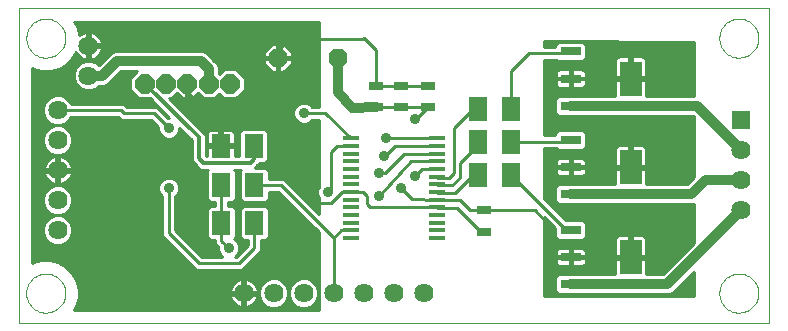
<source format=gtl>
G75*
G70*
%OFA0B0*%
%FSLAX24Y24*%
%IPPOS*%
%LPD*%
%AMOC8*
5,1,8,0,0,1.08239X$1,22.5*
%
%ADD10C,0.0000*%
%ADD11R,0.0709X0.0315*%
%ADD12R,0.0728X0.1181*%
%ADD13R,0.0630X0.0787*%
%ADD14OC8,0.0630*%
%ADD15R,0.0472X0.0315*%
%ADD16C,0.0640*%
%ADD17R,0.0640X0.0640*%
%ADD18R,0.0550X0.0137*%
%ADD19OC8,0.0634*%
%ADD20C,0.0100*%
%ADD21C,0.0360*%
%ADD22C,0.0357*%
%ADD23C,0.0320*%
%ADD24OC8,0.0357*%
%ADD25C,0.0120*%
D10*
X000333Y000262D02*
X000333Y010761D01*
X025353Y010758D01*
X025353Y000262D01*
X000333Y000262D01*
X000582Y001262D02*
X000584Y001312D01*
X000590Y001362D01*
X000600Y001412D01*
X000613Y001460D01*
X000630Y001508D01*
X000651Y001554D01*
X000675Y001598D01*
X000703Y001640D01*
X000734Y001680D01*
X000768Y001717D01*
X000805Y001752D01*
X000844Y001783D01*
X000885Y001812D01*
X000929Y001837D01*
X000975Y001859D01*
X001022Y001877D01*
X001070Y001891D01*
X001119Y001902D01*
X001169Y001909D01*
X001219Y001912D01*
X001270Y001911D01*
X001320Y001906D01*
X001370Y001897D01*
X001418Y001885D01*
X001466Y001868D01*
X001512Y001848D01*
X001557Y001825D01*
X001600Y001798D01*
X001640Y001768D01*
X001678Y001735D01*
X001713Y001699D01*
X001746Y001660D01*
X001775Y001619D01*
X001801Y001576D01*
X001824Y001531D01*
X001843Y001484D01*
X001858Y001436D01*
X001870Y001387D01*
X001878Y001337D01*
X001882Y001287D01*
X001882Y001237D01*
X001878Y001187D01*
X001870Y001137D01*
X001858Y001088D01*
X001843Y001040D01*
X001824Y000993D01*
X001801Y000948D01*
X001775Y000905D01*
X001746Y000864D01*
X001713Y000825D01*
X001678Y000789D01*
X001640Y000756D01*
X001600Y000726D01*
X001557Y000699D01*
X001512Y000676D01*
X001466Y000656D01*
X001418Y000639D01*
X001370Y000627D01*
X001320Y000618D01*
X001270Y000613D01*
X001219Y000612D01*
X001169Y000615D01*
X001119Y000622D01*
X001070Y000633D01*
X001022Y000647D01*
X000975Y000665D01*
X000929Y000687D01*
X000885Y000712D01*
X000844Y000741D01*
X000805Y000772D01*
X000768Y000807D01*
X000734Y000844D01*
X000703Y000884D01*
X000675Y000926D01*
X000651Y000970D01*
X000630Y001016D01*
X000613Y001064D01*
X000600Y001112D01*
X000590Y001162D01*
X000584Y001212D01*
X000582Y001262D01*
X000583Y009762D02*
X000585Y009812D01*
X000591Y009862D01*
X000601Y009912D01*
X000614Y009960D01*
X000631Y010008D01*
X000652Y010054D01*
X000676Y010098D01*
X000704Y010140D01*
X000735Y010180D01*
X000769Y010217D01*
X000806Y010252D01*
X000845Y010283D01*
X000886Y010312D01*
X000930Y010337D01*
X000976Y010359D01*
X001023Y010377D01*
X001071Y010391D01*
X001120Y010402D01*
X001170Y010409D01*
X001220Y010412D01*
X001271Y010411D01*
X001321Y010406D01*
X001371Y010397D01*
X001419Y010385D01*
X001467Y010368D01*
X001513Y010348D01*
X001558Y010325D01*
X001601Y010298D01*
X001641Y010268D01*
X001679Y010235D01*
X001714Y010199D01*
X001747Y010160D01*
X001776Y010119D01*
X001802Y010076D01*
X001825Y010031D01*
X001844Y009984D01*
X001859Y009936D01*
X001871Y009887D01*
X001879Y009837D01*
X001883Y009787D01*
X001883Y009737D01*
X001879Y009687D01*
X001871Y009637D01*
X001859Y009588D01*
X001844Y009540D01*
X001825Y009493D01*
X001802Y009448D01*
X001776Y009405D01*
X001747Y009364D01*
X001714Y009325D01*
X001679Y009289D01*
X001641Y009256D01*
X001601Y009226D01*
X001558Y009199D01*
X001513Y009176D01*
X001467Y009156D01*
X001419Y009139D01*
X001371Y009127D01*
X001321Y009118D01*
X001271Y009113D01*
X001220Y009112D01*
X001170Y009115D01*
X001120Y009122D01*
X001071Y009133D01*
X001023Y009147D01*
X000976Y009165D01*
X000930Y009187D01*
X000886Y009212D01*
X000845Y009241D01*
X000806Y009272D01*
X000769Y009307D01*
X000735Y009344D01*
X000704Y009384D01*
X000676Y009426D01*
X000652Y009470D01*
X000631Y009516D01*
X000614Y009564D01*
X000601Y009612D01*
X000591Y009662D01*
X000585Y009712D01*
X000583Y009762D01*
X023683Y009762D02*
X023685Y009812D01*
X023691Y009862D01*
X023701Y009912D01*
X023714Y009960D01*
X023731Y010008D01*
X023752Y010054D01*
X023776Y010098D01*
X023804Y010140D01*
X023835Y010180D01*
X023869Y010217D01*
X023906Y010252D01*
X023945Y010283D01*
X023986Y010312D01*
X024030Y010337D01*
X024076Y010359D01*
X024123Y010377D01*
X024171Y010391D01*
X024220Y010402D01*
X024270Y010409D01*
X024320Y010412D01*
X024371Y010411D01*
X024421Y010406D01*
X024471Y010397D01*
X024519Y010385D01*
X024567Y010368D01*
X024613Y010348D01*
X024658Y010325D01*
X024701Y010298D01*
X024741Y010268D01*
X024779Y010235D01*
X024814Y010199D01*
X024847Y010160D01*
X024876Y010119D01*
X024902Y010076D01*
X024925Y010031D01*
X024944Y009984D01*
X024959Y009936D01*
X024971Y009887D01*
X024979Y009837D01*
X024983Y009787D01*
X024983Y009737D01*
X024979Y009687D01*
X024971Y009637D01*
X024959Y009588D01*
X024944Y009540D01*
X024925Y009493D01*
X024902Y009448D01*
X024876Y009405D01*
X024847Y009364D01*
X024814Y009325D01*
X024779Y009289D01*
X024741Y009256D01*
X024701Y009226D01*
X024658Y009199D01*
X024613Y009176D01*
X024567Y009156D01*
X024519Y009139D01*
X024471Y009127D01*
X024421Y009118D01*
X024371Y009113D01*
X024320Y009112D01*
X024270Y009115D01*
X024220Y009122D01*
X024171Y009133D01*
X024123Y009147D01*
X024076Y009165D01*
X024030Y009187D01*
X023986Y009212D01*
X023945Y009241D01*
X023906Y009272D01*
X023869Y009307D01*
X023835Y009344D01*
X023804Y009384D01*
X023776Y009426D01*
X023752Y009470D01*
X023731Y009516D01*
X023714Y009564D01*
X023701Y009612D01*
X023691Y009662D01*
X023685Y009712D01*
X023683Y009762D01*
X023683Y001262D02*
X023685Y001312D01*
X023691Y001362D01*
X023701Y001412D01*
X023714Y001460D01*
X023731Y001508D01*
X023752Y001554D01*
X023776Y001598D01*
X023804Y001640D01*
X023835Y001680D01*
X023869Y001717D01*
X023906Y001752D01*
X023945Y001783D01*
X023986Y001812D01*
X024030Y001837D01*
X024076Y001859D01*
X024123Y001877D01*
X024171Y001891D01*
X024220Y001902D01*
X024270Y001909D01*
X024320Y001912D01*
X024371Y001911D01*
X024421Y001906D01*
X024471Y001897D01*
X024519Y001885D01*
X024567Y001868D01*
X024613Y001848D01*
X024658Y001825D01*
X024701Y001798D01*
X024741Y001768D01*
X024779Y001735D01*
X024814Y001699D01*
X024847Y001660D01*
X024876Y001619D01*
X024902Y001576D01*
X024925Y001531D01*
X024944Y001484D01*
X024959Y001436D01*
X024971Y001387D01*
X024979Y001337D01*
X024983Y001287D01*
X024983Y001237D01*
X024979Y001187D01*
X024971Y001137D01*
X024959Y001088D01*
X024944Y001040D01*
X024925Y000993D01*
X024902Y000948D01*
X024876Y000905D01*
X024847Y000864D01*
X024814Y000825D01*
X024779Y000789D01*
X024741Y000756D01*
X024701Y000726D01*
X024658Y000699D01*
X024613Y000676D01*
X024567Y000656D01*
X024519Y000639D01*
X024471Y000627D01*
X024421Y000618D01*
X024371Y000613D01*
X024320Y000612D01*
X024270Y000615D01*
X024220Y000622D01*
X024171Y000633D01*
X024123Y000647D01*
X024076Y000665D01*
X024030Y000687D01*
X023986Y000712D01*
X023945Y000741D01*
X023906Y000772D01*
X023869Y000807D01*
X023835Y000844D01*
X023804Y000884D01*
X023776Y000926D01*
X023752Y000970D01*
X023731Y001016D01*
X023714Y001064D01*
X023701Y001112D01*
X023691Y001162D01*
X023685Y001212D01*
X023683Y001262D01*
D11*
X018729Y001557D03*
X018733Y002462D03*
X018729Y003368D03*
X018729Y004557D03*
X018733Y005462D03*
X018729Y006368D03*
X018729Y007507D03*
X018733Y008412D03*
X018729Y009318D03*
D12*
X020733Y008412D03*
X020733Y005462D03*
X020733Y002462D03*
D13*
X016734Y005212D03*
X015631Y005212D03*
X015631Y006312D03*
X016734Y006312D03*
X016734Y007412D03*
X015631Y007412D03*
X008165Y006167D03*
X007063Y006167D03*
X007081Y004862D03*
X008184Y004862D03*
X008184Y003612D03*
X007081Y003612D03*
D14*
X008961Y009092D03*
X010961Y009092D03*
D15*
X012233Y008166D03*
X013083Y008166D03*
X013983Y008166D03*
X013983Y007458D03*
X013083Y007458D03*
X012233Y007458D03*
X015833Y004016D03*
X015833Y003308D03*
D16*
X013833Y001262D03*
X012833Y001262D03*
X011833Y001262D03*
X010833Y001262D03*
X009833Y001262D03*
X008833Y001262D03*
X007833Y001262D03*
X001633Y003362D03*
X001633Y004362D03*
X001633Y005362D03*
X001633Y006362D03*
X001633Y007362D03*
X002651Y008508D03*
X002651Y009508D03*
X024420Y006033D03*
X024420Y005033D03*
X024420Y004033D03*
D17*
X024420Y007033D03*
D18*
X014272Y006425D03*
X014272Y006170D03*
X014272Y005914D03*
X014272Y005658D03*
X014272Y005402D03*
X014272Y005146D03*
X014272Y004890D03*
X014272Y004634D03*
X014272Y004378D03*
X014272Y004122D03*
X014272Y003866D03*
X014272Y003610D03*
X014272Y003355D03*
X014272Y003099D03*
X011393Y003099D03*
X011393Y003355D03*
X011393Y003610D03*
X011393Y003866D03*
X011393Y004122D03*
X011393Y004378D03*
X011393Y004634D03*
X011393Y004890D03*
X011393Y005146D03*
X011393Y005402D03*
X011393Y005658D03*
X011393Y005914D03*
X011393Y006170D03*
X011393Y006425D03*
D19*
X007373Y008245D03*
X006664Y008245D03*
X005956Y008245D03*
X005247Y008245D03*
X004538Y008245D03*
D20*
X004051Y008244D02*
X003319Y008244D01*
X003303Y008228D02*
X003396Y008321D01*
X003396Y008321D01*
X003733Y008658D01*
X004263Y008658D01*
X004051Y008446D01*
X004051Y008043D01*
X004337Y007758D01*
X004700Y007758D01*
X005347Y007110D01*
X005295Y007110D01*
X004924Y007482D01*
X004741Y007482D01*
X003924Y007482D01*
X003824Y007582D01*
X003641Y007582D01*
X002072Y007582D01*
X002048Y007640D01*
X001910Y007777D01*
X001730Y007852D01*
X001535Y007852D01*
X001355Y007777D01*
X001217Y007640D01*
X001143Y007459D01*
X001143Y007265D01*
X001217Y007084D01*
X001355Y006947D01*
X001535Y006872D01*
X001730Y006872D01*
X001910Y006947D01*
X002048Y007084D01*
X002072Y007142D01*
X003641Y007142D01*
X003741Y007042D01*
X004741Y007042D01*
X004984Y006799D01*
X004984Y006693D01*
X005037Y006565D01*
X005135Y006467D01*
X005263Y006414D01*
X005402Y006414D01*
X005530Y006467D01*
X005628Y006565D01*
X005681Y006693D01*
X005681Y006777D01*
X006103Y006355D01*
X006103Y005667D01*
X006237Y005532D01*
X006387Y005382D01*
X006577Y005382D01*
X006653Y005382D01*
X006596Y005326D01*
X006596Y004398D01*
X006696Y004298D01*
X006861Y004298D01*
X006861Y004176D01*
X006696Y004176D01*
X006596Y004076D01*
X006596Y003148D01*
X006696Y003048D01*
X006861Y003048D01*
X006861Y002922D01*
X006984Y002799D01*
X006984Y002693D01*
X007037Y002565D01*
X007120Y002482D01*
X006424Y002482D01*
X005553Y003353D01*
X005553Y004489D01*
X005628Y004565D01*
X005681Y004693D01*
X005681Y004831D01*
X005628Y004959D01*
X005530Y005057D01*
X005402Y005110D01*
X005263Y005110D01*
X005135Y005057D01*
X005037Y004959D01*
X004984Y004831D01*
X004984Y004693D01*
X005037Y004565D01*
X005113Y004489D01*
X005113Y003353D01*
X005113Y003171D01*
X006113Y002171D01*
X006241Y002042D01*
X007589Y002042D01*
X007771Y002042D01*
X008273Y002544D01*
X008402Y002673D01*
X008402Y003048D01*
X008569Y003048D01*
X008669Y003148D01*
X008669Y004076D01*
X008569Y004176D01*
X007798Y004176D01*
X007699Y004076D01*
X007699Y003148D01*
X007798Y003048D01*
X007962Y003048D01*
X007962Y002855D01*
X007589Y002482D01*
X007545Y002482D01*
X007628Y002565D01*
X007681Y002693D01*
X007681Y002831D01*
X007628Y002959D01*
X007530Y003057D01*
X007492Y003073D01*
X007566Y003148D01*
X007566Y004076D01*
X007467Y004176D01*
X007301Y004176D01*
X007301Y004298D01*
X007467Y004298D01*
X007566Y004398D01*
X007566Y005326D01*
X007510Y005382D01*
X007755Y005382D01*
X007699Y005326D01*
X007699Y004398D01*
X007798Y004298D01*
X008569Y004298D01*
X008669Y004398D01*
X008669Y004642D01*
X008976Y004642D01*
X010333Y003285D01*
X010333Y000712D01*
X002185Y000712D01*
X002257Y000837D01*
X002332Y001117D01*
X002332Y001407D01*
X002257Y001687D01*
X002113Y001937D01*
X010333Y001937D01*
X010333Y001839D02*
X002170Y001839D01*
X002226Y001740D02*
X008707Y001740D01*
X008735Y001752D02*
X008555Y001677D01*
X008417Y001540D01*
X008343Y001359D01*
X008343Y001165D01*
X008417Y000984D01*
X008555Y000847D01*
X008735Y000772D01*
X008930Y000772D01*
X009110Y000847D01*
X009248Y000984D01*
X009323Y001165D01*
X009323Y001359D01*
X009248Y001540D01*
X009110Y001677D01*
X008930Y001752D01*
X008735Y001752D01*
X008959Y001740D02*
X009707Y001740D01*
X009735Y001752D02*
X009555Y001677D01*
X009417Y001540D01*
X009343Y001359D01*
X009343Y001165D01*
X009417Y000984D01*
X009555Y000847D01*
X009735Y000772D01*
X009930Y000772D01*
X010110Y000847D01*
X010248Y000984D01*
X010323Y001165D01*
X010323Y001359D01*
X010248Y001540D01*
X010110Y001677D01*
X009930Y001752D01*
X009735Y001752D01*
X009959Y001740D02*
X010333Y001740D01*
X010333Y001642D02*
X010146Y001642D01*
X010244Y001543D02*
X010333Y001543D01*
X010333Y001445D02*
X010287Y001445D01*
X010323Y001346D02*
X010333Y001346D01*
X010323Y001247D02*
X010333Y001247D01*
X010333Y001149D02*
X010316Y001149D01*
X010333Y001050D02*
X010275Y001050D01*
X010333Y000952D02*
X010215Y000952D01*
X010117Y000853D02*
X010333Y000853D01*
X010333Y000755D02*
X002210Y000755D01*
X002262Y000853D02*
X007600Y000853D01*
X007586Y000860D02*
X007652Y000826D01*
X007723Y000804D01*
X007783Y000794D01*
X007783Y001212D01*
X007883Y001212D01*
X007883Y001312D01*
X008300Y001312D01*
X008291Y001372D01*
X008268Y001442D01*
X008235Y001508D01*
X008191Y001568D01*
X008139Y001621D01*
X008079Y001664D01*
X008013Y001698D01*
X007943Y001720D01*
X007883Y001730D01*
X007883Y001312D01*
X007783Y001312D01*
X007783Y001730D01*
X007723Y001720D01*
X007652Y001698D01*
X007586Y001664D01*
X007526Y001621D01*
X007474Y001568D01*
X007431Y001508D01*
X007397Y001442D01*
X007374Y001372D01*
X007365Y001312D01*
X007782Y001312D01*
X007782Y001212D01*
X007365Y001212D01*
X007374Y001152D01*
X007397Y001082D01*
X007431Y001016D01*
X007474Y000956D01*
X007526Y000904D01*
X007586Y000860D01*
X007478Y000952D02*
X002288Y000952D01*
X002314Y001050D02*
X007413Y001050D01*
X007375Y001149D02*
X002332Y001149D01*
X002332Y001247D02*
X007782Y001247D01*
X007783Y001149D02*
X007883Y001149D01*
X007883Y001212D02*
X007883Y000794D01*
X007943Y000804D01*
X008013Y000826D01*
X008079Y000860D01*
X008139Y000904D01*
X008191Y000956D01*
X008235Y001016D01*
X008268Y001082D01*
X008291Y001152D01*
X008300Y001212D01*
X007883Y001212D01*
X007883Y001247D02*
X008343Y001247D01*
X008349Y001149D02*
X008290Y001149D01*
X008252Y001050D02*
X008390Y001050D01*
X008450Y000952D02*
X008187Y000952D01*
X008066Y000853D02*
X008548Y000853D01*
X007883Y000853D02*
X007783Y000853D01*
X007783Y000952D02*
X007883Y000952D01*
X007883Y001050D02*
X007783Y001050D01*
X007783Y001346D02*
X007883Y001346D01*
X007883Y001445D02*
X007783Y001445D01*
X007783Y001543D02*
X007883Y001543D01*
X007883Y001642D02*
X007783Y001642D01*
X007556Y001642D02*
X002269Y001642D01*
X002296Y001543D02*
X007456Y001543D01*
X007398Y001445D02*
X002322Y001445D01*
X002332Y001346D02*
X007370Y001346D01*
X008110Y001642D02*
X008519Y001642D01*
X008421Y001543D02*
X008209Y001543D01*
X008267Y001445D02*
X008378Y001445D01*
X008343Y001346D02*
X008295Y001346D01*
X009146Y001642D02*
X009519Y001642D01*
X009421Y001543D02*
X009244Y001543D01*
X009287Y001445D02*
X009378Y001445D01*
X009343Y001346D02*
X009323Y001346D01*
X009323Y001247D02*
X009343Y001247D01*
X009349Y001149D02*
X009316Y001149D01*
X009275Y001050D02*
X009390Y001050D01*
X009450Y000952D02*
X009215Y000952D01*
X009117Y000853D02*
X009548Y000853D01*
X010833Y001262D02*
X010833Y003096D01*
X009067Y004862D01*
X008184Y004862D01*
X007699Y004894D02*
X007566Y004894D01*
X007566Y004992D02*
X007699Y004992D01*
X007699Y005091D02*
X007566Y005091D01*
X007566Y005189D02*
X007699Y005189D01*
X007699Y005288D02*
X007566Y005288D01*
X008198Y005426D02*
X008290Y005517D01*
X008376Y005603D01*
X008550Y005603D01*
X008650Y005703D01*
X008650Y006631D01*
X008550Y006731D01*
X007779Y006731D01*
X007680Y006631D01*
X007680Y005842D01*
X007527Y005842D01*
X007527Y006117D01*
X007113Y006117D01*
X007113Y006217D01*
X007527Y006217D01*
X007527Y006581D01*
X007517Y006619D01*
X007497Y006653D01*
X007470Y006681D01*
X007435Y006701D01*
X007397Y006711D01*
X007112Y006711D01*
X007112Y006217D01*
X007013Y006217D01*
X007013Y006711D01*
X006728Y006711D01*
X006690Y006701D01*
X006655Y006681D01*
X006628Y006653D01*
X006608Y006619D01*
X006598Y006581D01*
X006598Y006217D01*
X007012Y006217D01*
X007012Y006117D01*
X006598Y006117D01*
X006598Y005842D01*
X006577Y005842D01*
X006563Y005857D01*
X006563Y006355D01*
X006563Y006545D01*
X005350Y007758D01*
X005449Y007758D01*
X005615Y007925D01*
X005762Y007778D01*
X005907Y007778D01*
X005907Y008196D01*
X006004Y008196D01*
X006004Y007778D01*
X006149Y007778D01*
X006296Y007925D01*
X006463Y007758D01*
X006866Y007758D01*
X007019Y007910D01*
X007171Y007758D01*
X007575Y007758D01*
X007860Y008043D01*
X007860Y008446D01*
X007575Y008731D01*
X007171Y008731D01*
X007019Y008579D01*
X007000Y008597D01*
X007000Y008801D01*
X006950Y008922D01*
X006857Y009015D01*
X006605Y009268D01*
X006483Y009318D01*
X006352Y009318D01*
X003530Y009318D01*
X003409Y009268D01*
X003316Y009175D01*
X003316Y009175D01*
X002997Y008855D01*
X002929Y008923D01*
X002749Y008998D01*
X002554Y008998D01*
X002374Y008923D01*
X002236Y008786D01*
X002161Y008606D01*
X002161Y008411D01*
X002236Y008231D01*
X002374Y008093D01*
X002554Y008018D01*
X002749Y008018D01*
X002929Y008093D01*
X003014Y008178D01*
X003182Y008178D01*
X003303Y008228D01*
X003417Y008343D02*
X004051Y008343D01*
X004051Y008441D02*
X003516Y008441D01*
X003614Y008540D02*
X004145Y008540D01*
X004244Y008638D02*
X003713Y008638D01*
X003075Y008934D02*
X002904Y008934D01*
X002831Y009073D02*
X002897Y009106D01*
X002957Y009150D01*
X003010Y009202D01*
X003053Y009262D01*
X003087Y009328D01*
X008539Y009328D01*
X008496Y009285D02*
X008496Y009122D01*
X008931Y009122D01*
X008931Y009062D01*
X008991Y009062D01*
X008991Y008627D01*
X009154Y008627D01*
X009426Y008900D01*
X009426Y009062D01*
X008991Y009062D01*
X008991Y009122D01*
X009426Y009122D01*
X009426Y009285D01*
X009154Y009557D01*
X008991Y009557D01*
X008991Y009122D01*
X008931Y009122D01*
X008931Y009557D01*
X008769Y009557D01*
X008496Y009285D01*
X008496Y009229D02*
X006643Y009229D01*
X006741Y009131D02*
X008496Y009131D01*
X008496Y009062D02*
X008496Y008900D01*
X008769Y008627D01*
X008931Y008627D01*
X008931Y009062D01*
X008496Y009062D01*
X008496Y009032D02*
X006840Y009032D01*
X006857Y009015D02*
X006857Y009015D01*
X006938Y008934D02*
X008496Y008934D01*
X008560Y008835D02*
X006986Y008835D01*
X007000Y008737D02*
X008659Y008737D01*
X008757Y008638D02*
X007668Y008638D01*
X007766Y008540D02*
X010333Y008540D01*
X010333Y008638D02*
X009165Y008638D01*
X009263Y008737D02*
X010333Y008737D01*
X010333Y008835D02*
X009362Y008835D01*
X009426Y008934D02*
X010333Y008934D01*
X010333Y009032D02*
X009426Y009032D01*
X009426Y009131D02*
X010333Y009131D01*
X010333Y009229D02*
X009426Y009229D01*
X009383Y009328D02*
X010333Y009328D01*
X010333Y009427D02*
X009284Y009427D01*
X009186Y009525D02*
X010333Y009525D01*
X010333Y009624D02*
X003108Y009624D01*
X003109Y009618D02*
X003087Y009689D01*
X003053Y009754D01*
X003010Y009814D01*
X002957Y009867D01*
X002897Y009910D01*
X002831Y009944D01*
X002761Y009966D01*
X002701Y009976D01*
X002701Y009558D01*
X002601Y009558D01*
X002601Y009976D01*
X002541Y009966D01*
X002471Y009944D01*
X002405Y009910D01*
X002345Y009867D01*
X002333Y009855D01*
X002333Y009907D01*
X002258Y010187D01*
X002187Y010311D01*
X010333Y010310D01*
X010333Y007482D01*
X010105Y007482D01*
X010030Y007557D01*
X009902Y007610D01*
X009763Y007610D01*
X009635Y007557D01*
X009537Y007459D01*
X009484Y007331D01*
X009484Y007193D01*
X009537Y007065D01*
X009635Y006967D01*
X009763Y006914D01*
X009902Y006914D01*
X010030Y006967D01*
X010105Y007042D01*
X010333Y007042D01*
X010333Y004808D01*
X010285Y004692D01*
X010285Y004554D01*
X010333Y004438D01*
X010333Y003908D01*
X010332Y003908D01*
X010333Y003908D02*
X009158Y005082D01*
X008976Y005082D01*
X008669Y005082D01*
X008669Y005326D01*
X008569Y005426D01*
X008198Y005426D01*
X008257Y005485D02*
X010333Y005485D01*
X010333Y005583D02*
X008356Y005583D01*
X008629Y005682D02*
X010333Y005682D01*
X010333Y005780D02*
X008650Y005780D01*
X008650Y005879D02*
X010333Y005879D01*
X010333Y005978D02*
X008650Y005978D01*
X008650Y006076D02*
X010333Y006076D01*
X010333Y006175D02*
X008650Y006175D01*
X008650Y006273D02*
X010333Y006273D01*
X010333Y006372D02*
X008650Y006372D01*
X008650Y006470D02*
X010333Y006470D01*
X010333Y006569D02*
X008650Y006569D01*
X008614Y006667D02*
X010333Y006667D01*
X010333Y006766D02*
X006342Y006766D01*
X006244Y006864D02*
X010333Y006864D01*
X010333Y006963D02*
X010021Y006963D01*
X009644Y006963D02*
X006145Y006963D01*
X006046Y007062D02*
X009540Y007062D01*
X009498Y007160D02*
X005948Y007160D01*
X005849Y007259D02*
X009484Y007259D01*
X009495Y007357D02*
X005751Y007357D01*
X005652Y007456D02*
X009536Y007456D01*
X009632Y007554D02*
X005554Y007554D01*
X005455Y007653D02*
X010333Y007653D01*
X010333Y007751D02*
X005357Y007751D01*
X005541Y007850D02*
X005690Y007850D01*
X005907Y007850D02*
X006004Y007850D01*
X006004Y007948D02*
X005907Y007948D01*
X005907Y008047D02*
X006004Y008047D01*
X006004Y008146D02*
X005907Y008146D01*
X006221Y007850D02*
X006370Y007850D01*
X006958Y007850D02*
X007079Y007850D01*
X007667Y007850D02*
X010333Y007850D01*
X010333Y007948D02*
X007765Y007948D01*
X007860Y008047D02*
X010333Y008047D01*
X010333Y008146D02*
X007860Y008146D01*
X007860Y008244D02*
X010333Y008244D01*
X010333Y008343D02*
X007860Y008343D01*
X007860Y008441D02*
X010333Y008441D01*
X008991Y008638D02*
X008931Y008638D01*
X008931Y008737D02*
X008991Y008737D01*
X008991Y008835D02*
X008931Y008835D01*
X008931Y008934D02*
X008991Y008934D01*
X008991Y009032D02*
X008931Y009032D01*
X008950Y009081D02*
X008961Y009092D01*
X008961Y009366D01*
X009340Y009745D01*
X011815Y009745D01*
X011833Y009762D01*
X011833Y009758D01*
X012236Y009355D01*
X012236Y008170D01*
X012233Y008166D01*
X013083Y008166D01*
X013983Y008166D01*
X013983Y007458D02*
X013083Y007458D01*
X012233Y007458D01*
X013533Y007062D02*
X013587Y007062D01*
X013983Y007458D01*
X014833Y006762D02*
X014833Y005262D01*
X014683Y005112D01*
X014306Y005112D01*
X014272Y005146D01*
X014272Y004890D02*
X014300Y004862D01*
X014783Y004862D01*
X015033Y005112D01*
X015033Y005612D01*
X015631Y006211D01*
X015631Y006312D01*
X014833Y006762D02*
X015483Y007412D01*
X015631Y007412D01*
X016734Y007412D02*
X016734Y008663D01*
X017333Y009262D01*
X018673Y009262D01*
X018729Y009318D01*
X019253Y009328D02*
X022853Y009328D01*
X022853Y009229D02*
X019253Y009229D01*
X019253Y009131D02*
X020291Y009131D01*
X020276Y009123D02*
X020311Y009142D01*
X020349Y009153D01*
X020683Y009153D01*
X020683Y008462D01*
X020782Y008462D01*
X020782Y009153D01*
X021116Y009153D01*
X021155Y009142D01*
X021189Y009123D01*
X021217Y009095D01*
X021236Y009060D01*
X021247Y009022D01*
X021247Y008462D01*
X020783Y008462D01*
X020783Y008362D01*
X021247Y008362D01*
X021247Y007836D01*
X022849Y007836D01*
X022854Y009647D01*
X017833Y009662D01*
X017833Y009482D01*
X018204Y009482D01*
X018204Y009545D01*
X018304Y009645D01*
X019153Y009645D01*
X019253Y009545D01*
X019253Y009090D01*
X019153Y008990D01*
X018304Y008990D01*
X018252Y009042D01*
X017833Y009042D01*
X017833Y006532D01*
X018204Y006532D01*
X018204Y006595D01*
X018304Y006695D01*
X019153Y006695D01*
X019253Y006595D01*
X019253Y006140D01*
X019153Y006040D01*
X018304Y006040D01*
X018252Y006092D01*
X017833Y006092D01*
X017833Y004424D01*
X018562Y003695D01*
X019153Y003695D01*
X019253Y003595D01*
X019253Y003140D01*
X019153Y003040D01*
X018304Y003040D01*
X018204Y003140D01*
X018204Y003430D01*
X017833Y003802D01*
X017833Y001162D01*
X022833Y001162D01*
X022835Y001981D01*
X022131Y001277D01*
X022009Y001227D01*
X021878Y001227D01*
X018663Y001227D01*
X018657Y001229D01*
X018304Y001229D01*
X018204Y001329D01*
X018204Y001784D01*
X018304Y001884D01*
X018657Y001884D01*
X018663Y001886D01*
X020218Y001886D01*
X020218Y002412D01*
X020682Y002412D01*
X020682Y002512D01*
X020218Y002512D01*
X020218Y003072D01*
X020229Y003110D01*
X020248Y003145D01*
X020276Y003173D01*
X020311Y003192D01*
X020349Y003203D01*
X020683Y003203D01*
X020683Y002512D01*
X020782Y002512D01*
X020782Y003203D01*
X021116Y003203D01*
X021155Y003192D01*
X021189Y003173D01*
X021217Y003145D01*
X021236Y003110D01*
X021247Y003072D01*
X021247Y002512D01*
X020783Y002512D01*
X020783Y002412D01*
X021247Y002412D01*
X021247Y001886D01*
X021807Y001886D01*
X022837Y002917D01*
X022840Y004238D01*
X022813Y004227D01*
X018663Y004227D01*
X018657Y004229D01*
X018304Y004229D01*
X018204Y004329D01*
X018204Y004784D01*
X018304Y004884D01*
X018657Y004884D01*
X018663Y004886D01*
X020218Y004886D01*
X020218Y005412D01*
X020682Y005412D01*
X020682Y005512D01*
X020218Y005512D01*
X020218Y006072D01*
X020229Y006110D01*
X020248Y006145D01*
X020276Y006173D01*
X020311Y006192D01*
X020349Y006203D01*
X020683Y006203D01*
X020683Y005512D01*
X020782Y005512D01*
X020782Y006203D01*
X021116Y006203D01*
X021155Y006192D01*
X021189Y006173D01*
X021217Y006145D01*
X021236Y006110D01*
X021247Y006072D01*
X021247Y005512D01*
X020783Y005512D01*
X020783Y005412D01*
X021247Y005412D01*
X021247Y004886D01*
X022611Y004886D01*
X022843Y005119D01*
X022848Y007139D01*
X022810Y007177D01*
X018663Y007177D01*
X018657Y007179D01*
X018304Y007179D01*
X018204Y007279D01*
X018204Y007734D01*
X018304Y007834D01*
X018657Y007834D01*
X018663Y007836D01*
X020218Y007836D01*
X020218Y008362D01*
X020682Y008362D01*
X020682Y008462D01*
X020218Y008462D01*
X020218Y009022D01*
X020229Y009060D01*
X020248Y009095D01*
X020276Y009123D01*
X020221Y009032D02*
X019196Y009032D01*
X019107Y008719D02*
X018761Y008719D01*
X018761Y008441D01*
X018704Y008441D01*
X018704Y008719D01*
X018359Y008719D01*
X018320Y008709D01*
X018286Y008690D01*
X018258Y008662D01*
X018239Y008627D01*
X018228Y008589D01*
X018228Y008441D01*
X017833Y008441D01*
X017833Y008343D02*
X018228Y008343D01*
X018228Y008383D02*
X018228Y008235D01*
X018239Y008197D01*
X018258Y008162D01*
X018286Y008135D01*
X018320Y008115D01*
X018359Y008105D01*
X018704Y008105D01*
X018704Y008383D01*
X018761Y008383D01*
X018761Y008105D01*
X019107Y008105D01*
X019145Y008115D01*
X019179Y008135D01*
X019207Y008162D01*
X019227Y008197D01*
X019237Y008235D01*
X019237Y008383D01*
X018762Y008383D01*
X018762Y008441D01*
X019237Y008441D01*
X020682Y008441D01*
X020733Y008412D02*
X018733Y008412D01*
X018733Y008411D01*
X018124Y008411D01*
X018124Y007797D01*
X018118Y007797D01*
X018118Y006723D01*
X018156Y006762D01*
X019333Y006762D01*
X019833Y006762D01*
X019971Y006028D01*
X019968Y005551D01*
X019738Y005462D01*
X020733Y005462D01*
X020783Y005485D02*
X022844Y005485D01*
X022844Y005583D02*
X021247Y005583D01*
X021247Y005682D02*
X022844Y005682D01*
X022844Y005780D02*
X021247Y005780D01*
X021247Y005879D02*
X022845Y005879D01*
X022845Y005978D02*
X021247Y005978D01*
X021246Y006076D02*
X022845Y006076D01*
X022845Y006175D02*
X021185Y006175D01*
X020782Y006175D02*
X020683Y006175D01*
X020683Y006076D02*
X020782Y006076D01*
X020782Y005978D02*
X020683Y005978D01*
X020683Y005879D02*
X020782Y005879D01*
X020782Y005780D02*
X020683Y005780D01*
X020683Y005682D02*
X020782Y005682D01*
X020782Y005583D02*
X020683Y005583D01*
X020682Y005485D02*
X018762Y005485D01*
X018762Y005491D02*
X019237Y005491D01*
X019237Y005639D01*
X019227Y005677D01*
X019207Y005712D01*
X019179Y005740D01*
X019145Y005759D01*
X019107Y005769D01*
X018761Y005769D01*
X018761Y005491D01*
X018704Y005491D01*
X018704Y005769D01*
X018359Y005769D01*
X018320Y005759D01*
X018286Y005740D01*
X018258Y005712D01*
X018239Y005677D01*
X018228Y005639D01*
X018228Y005491D01*
X018704Y005491D01*
X018704Y005433D01*
X018761Y005433D01*
X018761Y005155D01*
X019107Y005155D01*
X019145Y005165D01*
X019179Y005185D01*
X019207Y005212D01*
X019227Y005247D01*
X019237Y005285D01*
X019237Y005433D01*
X018762Y005433D01*
X018762Y005491D01*
X018733Y005462D02*
X019033Y005462D01*
X019237Y005386D02*
X020218Y005386D01*
X020218Y005288D02*
X019237Y005288D01*
X019184Y005189D02*
X020218Y005189D01*
X020218Y005091D02*
X017833Y005091D01*
X017833Y005189D02*
X018281Y005189D01*
X018286Y005185D02*
X018320Y005165D01*
X018359Y005155D01*
X018704Y005155D01*
X018704Y005433D01*
X018228Y005433D01*
X018228Y005285D01*
X018239Y005247D01*
X018258Y005212D01*
X018286Y005185D01*
X018228Y005288D02*
X017833Y005288D01*
X017833Y005386D02*
X018228Y005386D01*
X018228Y005583D02*
X017833Y005583D01*
X017833Y005485D02*
X018704Y005485D01*
X018733Y005462D02*
X019738Y005462D01*
X020218Y005583D02*
X019237Y005583D01*
X019224Y005682D02*
X020218Y005682D01*
X020218Y005780D02*
X017833Y005780D01*
X017833Y005682D02*
X018241Y005682D01*
X017833Y005879D02*
X020218Y005879D01*
X020218Y005978D02*
X017833Y005978D01*
X017833Y006076D02*
X018268Y006076D01*
X018673Y006312D02*
X018729Y006368D01*
X018673Y006312D02*
X016734Y006312D01*
X017833Y006569D02*
X018204Y006569D01*
X018276Y006667D02*
X017833Y006667D01*
X017833Y006766D02*
X022847Y006766D01*
X022847Y006864D02*
X017833Y006864D01*
X017833Y006963D02*
X022847Y006963D01*
X022848Y007062D02*
X017833Y007062D01*
X017833Y007160D02*
X022827Y007160D01*
X022846Y006667D02*
X019181Y006667D01*
X019253Y006569D02*
X022846Y006569D01*
X022846Y006470D02*
X019253Y006470D01*
X019253Y006372D02*
X022846Y006372D01*
X022846Y006273D02*
X019253Y006273D01*
X019253Y006175D02*
X020280Y006175D01*
X020219Y006076D02*
X019189Y006076D01*
X018761Y005682D02*
X018704Y005682D01*
X018704Y005583D02*
X018761Y005583D01*
X018761Y005386D02*
X018704Y005386D01*
X018704Y005288D02*
X018761Y005288D01*
X018761Y005189D02*
X018704Y005189D01*
X018215Y004795D02*
X017833Y004795D01*
X017833Y004696D02*
X018204Y004696D01*
X018204Y004598D02*
X017833Y004598D01*
X017833Y004499D02*
X018204Y004499D01*
X018204Y004401D02*
X017856Y004401D01*
X017955Y004302D02*
X018231Y004302D01*
X018053Y004204D02*
X022840Y004204D01*
X022840Y004105D02*
X018152Y004105D01*
X018250Y004007D02*
X022840Y004007D01*
X022840Y003908D02*
X018349Y003908D01*
X018447Y003810D02*
X022839Y003810D01*
X022839Y003711D02*
X018546Y003711D01*
X018204Y003415D02*
X017833Y003415D01*
X017833Y003317D02*
X018204Y003317D01*
X018204Y003218D02*
X017833Y003218D01*
X017833Y003120D02*
X018224Y003120D01*
X017833Y003021D02*
X020218Y003021D01*
X020218Y002923D02*
X017833Y002923D01*
X017833Y002824D02*
X020218Y002824D01*
X020218Y002726D02*
X019193Y002726D01*
X019179Y002740D02*
X019145Y002759D01*
X019107Y002769D01*
X018761Y002769D01*
X018761Y002491D01*
X018704Y002491D01*
X018704Y002769D01*
X018359Y002769D01*
X018320Y002759D01*
X018286Y002740D01*
X018258Y002712D01*
X018239Y002677D01*
X018228Y002639D01*
X018228Y002491D01*
X018704Y002491D01*
X018704Y002433D01*
X018761Y002433D01*
X018761Y002155D01*
X019107Y002155D01*
X019145Y002165D01*
X019179Y002185D01*
X019207Y002212D01*
X019227Y002247D01*
X019237Y002285D01*
X019237Y002433D01*
X018762Y002433D01*
X018762Y002491D01*
X019237Y002491D01*
X019237Y002639D01*
X019227Y002677D01*
X019207Y002712D01*
X019179Y002740D01*
X019237Y002627D02*
X020218Y002627D01*
X020218Y002529D02*
X019237Y002529D01*
X019237Y002430D02*
X020682Y002430D01*
X020683Y002529D02*
X020782Y002529D01*
X020782Y002627D02*
X020683Y002627D01*
X020683Y002726D02*
X020782Y002726D01*
X020782Y002824D02*
X020683Y002824D01*
X020683Y002923D02*
X020782Y002923D01*
X020782Y003021D02*
X020683Y003021D01*
X020683Y003120D02*
X020782Y003120D01*
X021231Y003120D02*
X022838Y003120D01*
X022838Y003218D02*
X019253Y003218D01*
X019253Y003317D02*
X022838Y003317D01*
X022838Y003415D02*
X019253Y003415D01*
X019253Y003514D02*
X022839Y003514D01*
X022839Y003613D02*
X019236Y003613D01*
X018729Y003368D02*
X018578Y003368D01*
X016734Y005212D01*
X015631Y005212D02*
X015483Y005212D01*
X014883Y004612D01*
X014294Y004612D01*
X014272Y004634D01*
X014272Y004378D02*
X013442Y004385D01*
X013083Y004762D01*
X013533Y005162D02*
X013772Y005402D01*
X014272Y005402D01*
X014272Y005658D02*
X013883Y005662D01*
X013421Y005662D01*
X012333Y004512D01*
X011930Y004504D02*
X011930Y004229D01*
X012035Y004124D01*
X012289Y004124D01*
X012290Y004122D01*
X014272Y004122D01*
X014282Y004112D01*
X014933Y004112D01*
X015737Y003308D01*
X015833Y003308D01*
X015833Y004016D02*
X015378Y004016D01*
X015033Y004362D01*
X014288Y004362D01*
X014272Y004378D01*
X015833Y004016D02*
X017528Y004016D01*
X018085Y003459D01*
X018085Y002566D01*
X018182Y002468D01*
X018726Y002468D01*
X018733Y002462D01*
X018704Y002433D02*
X018704Y002155D01*
X018359Y002155D01*
X018320Y002165D01*
X018286Y002185D01*
X018258Y002212D01*
X018239Y002247D01*
X018228Y002285D01*
X018228Y002433D01*
X018704Y002433D01*
X018704Y002430D02*
X018761Y002430D01*
X018761Y002331D02*
X018704Y002331D01*
X018704Y002233D02*
X018761Y002233D01*
X019219Y002233D02*
X020218Y002233D01*
X020218Y002331D02*
X019237Y002331D01*
X018761Y002529D02*
X018704Y002529D01*
X018704Y002627D02*
X018761Y002627D01*
X018761Y002726D02*
X018704Y002726D01*
X018272Y002726D02*
X017833Y002726D01*
X017833Y002627D02*
X018228Y002627D01*
X018228Y002529D02*
X017833Y002529D01*
X017833Y002430D02*
X018228Y002430D01*
X018228Y002331D02*
X017833Y002331D01*
X017833Y002233D02*
X018246Y002233D01*
X017833Y002134D02*
X020218Y002134D01*
X020218Y002036D02*
X017833Y002036D01*
X017833Y001937D02*
X020218Y001937D01*
X019935Y002028D02*
X019465Y002028D01*
X018259Y001839D02*
X017833Y001839D01*
X017833Y001740D02*
X018204Y001740D01*
X018204Y001642D02*
X017833Y001642D01*
X017833Y001543D02*
X018204Y001543D01*
X018204Y001445D02*
X017833Y001445D01*
X017833Y001346D02*
X018204Y001346D01*
X018285Y001247D02*
X017833Y001247D01*
X020783Y002430D02*
X022350Y002430D01*
X022252Y002331D02*
X021247Y002331D01*
X021247Y002233D02*
X022153Y002233D01*
X022055Y002134D02*
X021247Y002134D01*
X021247Y002036D02*
X021956Y002036D01*
X021858Y001937D02*
X021247Y001937D01*
X022298Y001445D02*
X022833Y001445D01*
X022834Y001543D02*
X022397Y001543D01*
X022495Y001642D02*
X022834Y001642D01*
X022834Y001740D02*
X022594Y001740D01*
X022692Y001839D02*
X022834Y001839D01*
X022835Y001937D02*
X022791Y001937D01*
X022833Y001346D02*
X022200Y001346D01*
X022060Y001247D02*
X022833Y001247D01*
X022449Y002529D02*
X021247Y002529D01*
X021247Y002627D02*
X022548Y002627D01*
X022646Y002726D02*
X021247Y002726D01*
X021247Y002824D02*
X022745Y002824D01*
X022837Y002923D02*
X021247Y002923D01*
X021247Y003021D02*
X022837Y003021D01*
X020234Y003120D02*
X019233Y003120D01*
X018121Y003514D02*
X017833Y003514D01*
X017833Y003613D02*
X018022Y003613D01*
X017924Y003711D02*
X017833Y003711D01*
X017833Y004894D02*
X020218Y004894D01*
X020218Y004992D02*
X017833Y004992D01*
X014272Y005914D02*
X013190Y005914D01*
X012535Y005259D01*
X012348Y005259D01*
X012342Y005264D01*
X011801Y004633D02*
X011394Y004633D01*
X011393Y004634D01*
X011091Y004634D01*
X010728Y004271D01*
X010289Y004271D01*
X009289Y005272D01*
X009279Y005272D01*
X008950Y005601D01*
X008950Y006774D01*
X008955Y006779D01*
X007077Y006779D01*
X007061Y006762D01*
X007013Y006667D02*
X007112Y006667D01*
X007112Y006569D02*
X007013Y006569D01*
X007013Y006470D02*
X007112Y006470D01*
X007112Y006372D02*
X007013Y006372D01*
X007013Y006273D02*
X007112Y006273D01*
X007113Y006175D02*
X007680Y006175D01*
X007680Y006273D02*
X007527Y006273D01*
X007527Y006372D02*
X007680Y006372D01*
X007680Y006470D02*
X007527Y006470D01*
X007527Y006569D02*
X007680Y006569D01*
X007716Y006667D02*
X007483Y006667D01*
X006642Y006667D02*
X006441Y006667D01*
X006539Y006569D02*
X006598Y006569D01*
X006598Y006470D02*
X006563Y006470D01*
X006563Y006372D02*
X006598Y006372D01*
X006598Y006273D02*
X006563Y006273D01*
X006563Y006175D02*
X007012Y006175D01*
X006598Y006076D02*
X006563Y006076D01*
X006563Y005978D02*
X006598Y005978D01*
X006598Y005879D02*
X006563Y005879D01*
X006103Y005879D02*
X001747Y005879D01*
X001730Y005872D02*
X001910Y005947D01*
X002048Y006084D01*
X002123Y006265D01*
X002123Y006459D01*
X002048Y006640D01*
X001910Y006777D01*
X001730Y006852D01*
X001535Y006852D01*
X001355Y006777D01*
X001217Y006640D01*
X001143Y006459D01*
X001143Y006265D01*
X001217Y006084D01*
X001355Y005947D01*
X001535Y005872D01*
X001730Y005872D01*
X001743Y005820D02*
X001683Y005830D01*
X001683Y005412D01*
X002100Y005412D01*
X002091Y005472D01*
X002068Y005542D01*
X002035Y005608D01*
X001991Y005668D01*
X001939Y005721D01*
X001879Y005764D01*
X001813Y005798D01*
X001743Y005820D01*
X001683Y005780D02*
X001583Y005780D01*
X001583Y005830D02*
X001523Y005820D01*
X001452Y005798D01*
X001386Y005764D01*
X001326Y005721D01*
X001274Y005668D01*
X001231Y005608D01*
X001197Y005542D01*
X001174Y005472D01*
X001165Y005412D01*
X001582Y005412D01*
X001582Y005312D01*
X001165Y005312D01*
X001174Y005252D01*
X001197Y005182D01*
X001231Y005116D01*
X001274Y005056D01*
X001326Y005004D01*
X001386Y004960D01*
X001452Y004926D01*
X001523Y004904D01*
X001583Y004894D01*
X001583Y005312D01*
X001683Y005312D01*
X001683Y005412D01*
X001583Y005412D01*
X001583Y005830D01*
X001518Y005879D02*
X000783Y005879D01*
X000783Y005780D02*
X001419Y005780D01*
X001288Y005682D02*
X000783Y005682D01*
X000783Y005583D02*
X001218Y005583D01*
X001178Y005485D02*
X000783Y005485D01*
X000783Y005386D02*
X001582Y005386D01*
X001583Y005288D02*
X001683Y005288D01*
X001683Y005312D02*
X001683Y004894D01*
X001743Y004904D01*
X001813Y004926D01*
X001879Y004960D01*
X001939Y005004D01*
X001991Y005056D01*
X002035Y005116D01*
X002068Y005182D01*
X002091Y005252D01*
X002100Y005312D01*
X001683Y005312D01*
X001683Y005386D02*
X006383Y005386D01*
X006285Y005485D02*
X002087Y005485D01*
X002047Y005583D02*
X006186Y005583D01*
X006103Y005682D02*
X001977Y005682D01*
X001847Y005780D02*
X006103Y005780D01*
X006103Y005978D02*
X001941Y005978D01*
X002040Y006076D02*
X006103Y006076D01*
X006103Y006175D02*
X002085Y006175D01*
X002123Y006273D02*
X006103Y006273D01*
X006086Y006372D02*
X002123Y006372D01*
X002118Y006470D02*
X005132Y006470D01*
X005035Y006569D02*
X002077Y006569D01*
X002020Y006667D02*
X004995Y006667D01*
X004984Y006766D02*
X001922Y006766D01*
X001926Y006963D02*
X004821Y006963D01*
X004919Y006864D02*
X000783Y006864D01*
X000783Y006766D02*
X001344Y006766D01*
X001245Y006667D02*
X000783Y006667D01*
X000783Y006569D02*
X001188Y006569D01*
X001147Y006470D02*
X000783Y006470D01*
X000783Y006372D02*
X001143Y006372D01*
X001143Y006273D02*
X000783Y006273D01*
X000783Y006175D02*
X001180Y006175D01*
X001226Y006076D02*
X000783Y006076D01*
X000783Y005978D02*
X001324Y005978D01*
X001583Y005682D02*
X001683Y005682D01*
X001683Y005583D02*
X001583Y005583D01*
X001583Y005485D02*
X001683Y005485D01*
X001683Y005189D02*
X001583Y005189D01*
X001583Y005091D02*
X001683Y005091D01*
X001683Y004992D02*
X001583Y004992D01*
X001535Y004852D02*
X001355Y004777D01*
X001217Y004640D01*
X001143Y004459D01*
X001143Y004265D01*
X001217Y004084D01*
X001355Y003947D01*
X001535Y003872D01*
X001730Y003872D01*
X001910Y003947D01*
X002048Y004084D01*
X002123Y004265D01*
X002123Y004459D01*
X002048Y004640D01*
X001910Y004777D01*
X001730Y004852D01*
X001535Y004852D01*
X001398Y004795D02*
X000783Y004795D01*
X000783Y004696D02*
X001274Y004696D01*
X001200Y004598D02*
X000783Y004598D01*
X000783Y004499D02*
X001159Y004499D01*
X001143Y004401D02*
X000783Y004401D01*
X000783Y004302D02*
X001143Y004302D01*
X001168Y004204D02*
X000783Y004204D01*
X000783Y004105D02*
X001209Y004105D01*
X001295Y004007D02*
X000783Y004007D01*
X000783Y003908D02*
X001448Y003908D01*
X001433Y003810D02*
X000783Y003810D01*
X000783Y003711D02*
X001289Y003711D01*
X001355Y003777D02*
X001217Y003640D01*
X001143Y003459D01*
X001143Y003265D01*
X001217Y003084D01*
X001355Y002947D01*
X001535Y002872D01*
X001730Y002872D01*
X001910Y002947D01*
X002048Y003084D01*
X002123Y003265D01*
X002123Y003459D01*
X002048Y003640D01*
X001910Y003777D01*
X001730Y003852D01*
X001535Y003852D01*
X001355Y003777D01*
X001206Y003613D02*
X000783Y003613D01*
X000783Y003514D02*
X001165Y003514D01*
X001143Y003415D02*
X000783Y003415D01*
X000783Y003317D02*
X001143Y003317D01*
X001162Y003218D02*
X000783Y003218D01*
X000783Y003120D02*
X001203Y003120D01*
X001280Y003021D02*
X000783Y003021D01*
X000783Y002923D02*
X001413Y002923D01*
X001852Y002923D02*
X005361Y002923D01*
X005262Y003021D02*
X001985Y003021D01*
X002063Y003120D02*
X005164Y003120D01*
X005113Y003218D02*
X002103Y003218D01*
X002123Y003317D02*
X005113Y003317D01*
X005113Y003415D02*
X002123Y003415D01*
X002100Y003514D02*
X005113Y003514D01*
X005113Y003613D02*
X002059Y003613D01*
X001976Y003711D02*
X005113Y003711D01*
X005113Y003810D02*
X001832Y003810D01*
X001817Y003908D02*
X005113Y003908D01*
X005113Y004007D02*
X001970Y004007D01*
X002057Y004105D02*
X005113Y004105D01*
X005113Y004204D02*
X002097Y004204D01*
X002123Y004302D02*
X005113Y004302D01*
X005113Y004401D02*
X002123Y004401D01*
X002106Y004499D02*
X005102Y004499D01*
X005023Y004598D02*
X002065Y004598D01*
X001991Y004696D02*
X004984Y004696D01*
X004984Y004795D02*
X001868Y004795D01*
X001923Y004992D02*
X005070Y004992D01*
X005010Y004894D02*
X000783Y004894D01*
X000783Y004992D02*
X001342Y004992D01*
X001249Y005091D02*
X000783Y005091D01*
X000783Y005189D02*
X001195Y005189D01*
X001168Y005288D02*
X000783Y005288D01*
X002016Y005091D02*
X005216Y005091D01*
X005450Y005091D02*
X006596Y005091D01*
X006596Y005189D02*
X002071Y005189D01*
X002097Y005288D02*
X006596Y005288D01*
X006596Y004992D02*
X005595Y004992D01*
X005655Y004894D02*
X006596Y004894D01*
X006596Y004795D02*
X005681Y004795D01*
X005681Y004696D02*
X006596Y004696D01*
X006596Y004598D02*
X005642Y004598D01*
X005563Y004499D02*
X006596Y004499D01*
X006596Y004401D02*
X005553Y004401D01*
X005553Y004302D02*
X006692Y004302D01*
X006861Y004204D02*
X005553Y004204D01*
X005553Y004105D02*
X006626Y004105D01*
X006596Y004007D02*
X005553Y004007D01*
X005553Y003908D02*
X006596Y003908D01*
X006596Y003810D02*
X005553Y003810D01*
X005553Y003711D02*
X006596Y003711D01*
X006596Y003613D02*
X005553Y003613D01*
X005553Y003514D02*
X006596Y003514D01*
X006596Y003415D02*
X005553Y003415D01*
X005589Y003317D02*
X006596Y003317D01*
X006596Y003218D02*
X005687Y003218D01*
X005786Y003120D02*
X006625Y003120D01*
X006861Y003021D02*
X005884Y003021D01*
X005983Y002923D02*
X006861Y002923D01*
X006959Y002824D02*
X006082Y002824D01*
X006180Y002726D02*
X006984Y002726D01*
X007011Y002627D02*
X006279Y002627D01*
X006377Y002529D02*
X007073Y002529D01*
X007333Y002762D02*
X007081Y003013D01*
X007081Y003612D01*
X007081Y004862D01*
X007566Y004795D02*
X007699Y004795D01*
X007699Y004696D02*
X007566Y004696D01*
X007566Y004598D02*
X007699Y004598D01*
X007699Y004499D02*
X007566Y004499D01*
X007566Y004401D02*
X007699Y004401D01*
X007794Y004302D02*
X007471Y004302D01*
X007301Y004204D02*
X009414Y004204D01*
X009316Y004302D02*
X008573Y004302D01*
X008669Y004401D02*
X009217Y004401D01*
X009119Y004499D02*
X008669Y004499D01*
X008669Y004598D02*
X009020Y004598D01*
X009445Y004795D02*
X010327Y004795D01*
X010333Y004894D02*
X009347Y004894D01*
X009248Y004992D02*
X010333Y004992D01*
X010333Y005091D02*
X008669Y005091D01*
X008669Y005189D02*
X010333Y005189D01*
X010333Y005288D02*
X008669Y005288D01*
X008609Y005386D02*
X010333Y005386D01*
X010286Y004696D02*
X009544Y004696D01*
X009642Y004598D02*
X010285Y004598D01*
X010307Y004499D02*
X009741Y004499D01*
X009839Y004401D02*
X010333Y004401D01*
X010333Y004302D02*
X009938Y004302D01*
X010036Y004204D02*
X010333Y004204D01*
X010333Y004105D02*
X010135Y004105D01*
X010233Y004007D02*
X010333Y004007D01*
X009808Y003810D02*
X008669Y003810D01*
X008669Y003908D02*
X009710Y003908D01*
X009611Y004007D02*
X008669Y004007D01*
X008640Y004105D02*
X009513Y004105D01*
X009907Y003711D02*
X008669Y003711D01*
X008669Y003613D02*
X010005Y003613D01*
X010104Y003514D02*
X008669Y003514D01*
X008669Y003415D02*
X010203Y003415D01*
X010301Y003317D02*
X008669Y003317D01*
X008669Y003218D02*
X010333Y003218D01*
X010333Y003120D02*
X008641Y003120D01*
X008402Y003021D02*
X010333Y003021D01*
X010333Y002923D02*
X008402Y002923D01*
X008402Y002824D02*
X010333Y002824D01*
X010333Y002726D02*
X008402Y002726D01*
X008356Y002627D02*
X010333Y002627D01*
X010333Y002529D02*
X008257Y002529D01*
X008159Y002430D02*
X010333Y002430D01*
X010333Y002331D02*
X008060Y002331D01*
X007962Y002233D02*
X010333Y002233D01*
X010333Y002134D02*
X007863Y002134D01*
X007680Y002262D02*
X008182Y002764D01*
X008182Y003610D01*
X008184Y003612D01*
X007699Y003613D02*
X007566Y003613D01*
X007566Y003711D02*
X007699Y003711D01*
X007699Y003810D02*
X007566Y003810D01*
X007566Y003908D02*
X007699Y003908D01*
X007699Y004007D02*
X007566Y004007D01*
X007537Y004105D02*
X007728Y004105D01*
X007699Y003514D02*
X007566Y003514D01*
X007566Y003415D02*
X007699Y003415D01*
X007699Y003317D02*
X007566Y003317D01*
X007566Y003218D02*
X007699Y003218D01*
X007727Y003120D02*
X007538Y003120D01*
X007566Y003021D02*
X007962Y003021D01*
X007962Y002923D02*
X007643Y002923D01*
X007681Y002824D02*
X007931Y002824D01*
X007832Y002726D02*
X007681Y002726D01*
X007654Y002627D02*
X007734Y002627D01*
X007635Y002529D02*
X007592Y002529D01*
X007680Y002262D02*
X006333Y002262D01*
X005333Y003262D01*
X005333Y004762D01*
X007527Y005879D02*
X007680Y005879D01*
X007680Y005978D02*
X007527Y005978D01*
X007527Y006076D02*
X007680Y006076D01*
X008950Y006774D02*
X008950Y009081D01*
X008931Y009131D02*
X008991Y009131D01*
X008991Y009229D02*
X008931Y009229D01*
X008931Y009328D02*
X008991Y009328D01*
X008991Y009427D02*
X008931Y009427D01*
X008931Y009525D02*
X008991Y009525D01*
X008737Y009525D02*
X002701Y009525D01*
X002701Y009558D02*
X003119Y009558D01*
X003109Y009618D01*
X003069Y009722D02*
X010333Y009722D01*
X010333Y009821D02*
X003003Y009821D01*
X002879Y009919D02*
X010333Y009919D01*
X010333Y010018D02*
X002304Y010018D01*
X002277Y010116D02*
X010333Y010116D01*
X010333Y010215D02*
X002242Y010215D01*
X002330Y009919D02*
X002423Y009919D01*
X002601Y009919D02*
X002701Y009919D01*
X002701Y009821D02*
X002601Y009821D01*
X002601Y009722D02*
X002701Y009722D01*
X002701Y009624D02*
X002601Y009624D01*
X002701Y009558D02*
X002701Y009458D01*
X002701Y009040D01*
X002761Y009050D01*
X002831Y009073D01*
X002932Y009131D02*
X003272Y009131D01*
X003174Y009032D02*
X002059Y009032D01*
X002114Y009087D02*
X002233Y009294D01*
X002249Y009262D01*
X002293Y009202D01*
X002345Y009150D01*
X002405Y009106D01*
X002471Y009073D01*
X002541Y009050D01*
X002601Y009040D01*
X002601Y009458D01*
X002701Y009458D01*
X003119Y009458D01*
X003109Y009398D01*
X003087Y009328D01*
X003114Y009427D02*
X008638Y009427D01*
X007078Y008638D02*
X007000Y008638D01*
X004805Y007653D02*
X002035Y007653D01*
X001936Y007751D02*
X004706Y007751D01*
X004903Y007554D02*
X003851Y007554D01*
X003733Y007362D02*
X003833Y007262D01*
X004833Y007262D01*
X005333Y006762D01*
X005681Y006766D02*
X005692Y006766D01*
X005670Y006667D02*
X005790Y006667D01*
X005889Y006569D02*
X005630Y006569D01*
X005534Y006470D02*
X005987Y006470D01*
X005297Y007160D02*
X005246Y007160D01*
X005199Y007259D02*
X005147Y007259D01*
X005100Y007357D02*
X005049Y007357D01*
X005002Y007456D02*
X004950Y007456D01*
X004244Y007850D02*
X001735Y007850D01*
X001530Y007850D02*
X000783Y007850D01*
X000783Y007948D02*
X004146Y007948D01*
X004051Y008047D02*
X002818Y008047D01*
X002981Y008146D02*
X004051Y008146D01*
X002484Y008047D02*
X000783Y008047D01*
X000783Y008146D02*
X002321Y008146D01*
X002230Y008244D02*
X000783Y008244D01*
X000783Y008343D02*
X002189Y008343D01*
X002161Y008441D02*
X000783Y008441D01*
X000783Y008540D02*
X002161Y008540D01*
X002175Y008638D02*
X000783Y008638D01*
X000783Y008737D02*
X000810Y008737D01*
X000809Y008737D02*
X001089Y008662D01*
X001378Y008662D01*
X001658Y008737D01*
X001909Y008882D01*
X002114Y009087D01*
X002139Y009131D02*
X002371Y009131D01*
X002273Y009229D02*
X002196Y009229D01*
X002399Y008934D02*
X001961Y008934D01*
X001828Y008835D02*
X002285Y008835D01*
X002215Y008737D02*
X001657Y008737D01*
X000809Y008737D02*
X000783Y008752D01*
X000783Y002272D01*
X000808Y002287D01*
X001088Y002362D01*
X001377Y002362D01*
X001657Y002287D01*
X001908Y002142D01*
X002113Y001937D01*
X002014Y002036D02*
X010333Y002036D01*
X010833Y003096D02*
X011089Y003352D01*
X011391Y003352D01*
X011393Y003355D01*
X011930Y004504D02*
X011801Y004633D01*
X010731Y004721D02*
X010633Y004623D01*
X010731Y004721D02*
X010731Y005957D01*
X010944Y006170D01*
X011393Y006170D01*
X011393Y006425D02*
X010557Y007262D01*
X009833Y007262D01*
X010033Y007554D02*
X010333Y007554D01*
X011332Y006429D02*
X011335Y006425D01*
X011393Y006425D01*
X011388Y006429D02*
X011332Y006429D01*
X012560Y006437D02*
X014258Y006439D01*
X014272Y006425D01*
X014272Y006170D02*
X014266Y006164D01*
X012866Y006164D01*
X012529Y005827D01*
X012498Y005831D01*
X017833Y007259D02*
X018224Y007259D01*
X018204Y007357D02*
X017833Y007357D01*
X017833Y007456D02*
X018204Y007456D01*
X018204Y007554D02*
X017833Y007554D01*
X017833Y007653D02*
X018204Y007653D01*
X018221Y007751D02*
X017833Y007751D01*
X017833Y007850D02*
X020218Y007850D01*
X020218Y007948D02*
X017833Y007948D01*
X017833Y008047D02*
X020218Y008047D01*
X020218Y008146D02*
X019190Y008146D01*
X019237Y008244D02*
X020218Y008244D01*
X020218Y008343D02*
X019237Y008343D01*
X019237Y008441D02*
X019237Y008589D01*
X019227Y008627D01*
X019207Y008662D01*
X019179Y008690D01*
X019145Y008709D01*
X019107Y008719D01*
X019220Y008638D02*
X020218Y008638D01*
X020218Y008540D02*
X019237Y008540D01*
X018761Y008540D02*
X018704Y008540D01*
X018704Y008638D02*
X018761Y008638D01*
X018761Y008441D02*
X018704Y008441D01*
X018704Y008383D01*
X018228Y008383D01*
X018228Y008441D02*
X018704Y008441D01*
X018704Y008343D02*
X018761Y008343D01*
X018761Y008244D02*
X018704Y008244D01*
X018704Y008146D02*
X018761Y008146D01*
X018275Y008146D02*
X017833Y008146D01*
X017833Y008244D02*
X018228Y008244D01*
X018228Y008540D02*
X017833Y008540D01*
X017833Y008638D02*
X018245Y008638D01*
X017833Y008737D02*
X020218Y008737D01*
X020218Y008835D02*
X017833Y008835D01*
X017833Y008934D02*
X020218Y008934D01*
X020683Y008934D02*
X020782Y008934D01*
X020782Y009032D02*
X020683Y009032D01*
X020683Y009131D02*
X020782Y009131D01*
X021174Y009131D02*
X022853Y009131D01*
X022853Y009032D02*
X021244Y009032D01*
X021247Y008934D02*
X022852Y008934D01*
X022852Y008835D02*
X021247Y008835D01*
X021247Y008737D02*
X022852Y008737D01*
X022851Y008638D02*
X021247Y008638D01*
X021247Y008540D02*
X022851Y008540D01*
X022851Y008441D02*
X020783Y008441D01*
X020782Y008540D02*
X020683Y008540D01*
X020683Y008638D02*
X020782Y008638D01*
X020782Y008737D02*
X020683Y008737D01*
X020683Y008835D02*
X020782Y008835D01*
X021247Y008343D02*
X022851Y008343D01*
X022851Y008244D02*
X021247Y008244D01*
X021247Y008146D02*
X022850Y008146D01*
X022850Y008047D02*
X021247Y008047D01*
X021247Y007948D02*
X022850Y007948D01*
X022849Y007850D02*
X021247Y007850D01*
X018262Y009032D02*
X017833Y009032D01*
X017833Y009525D02*
X018204Y009525D01*
X018283Y009624D02*
X017833Y009624D01*
X019175Y009624D02*
X022854Y009624D01*
X022854Y009525D02*
X019253Y009525D01*
X019253Y009427D02*
X022854Y009427D01*
X022843Y005386D02*
X021247Y005386D01*
X021247Y005288D02*
X022843Y005288D01*
X022843Y005189D02*
X021247Y005189D01*
X021247Y005091D02*
X022815Y005091D01*
X022716Y004992D02*
X021247Y004992D01*
X021247Y004894D02*
X022618Y004894D01*
X006149Y002134D02*
X001916Y002134D01*
X001751Y002233D02*
X006051Y002233D01*
X005952Y002331D02*
X001491Y002331D01*
X000974Y002331D02*
X000783Y002331D01*
X000783Y002430D02*
X005854Y002430D01*
X005755Y002529D02*
X000783Y002529D01*
X000783Y002627D02*
X005656Y002627D01*
X005558Y002726D02*
X000783Y002726D01*
X000783Y002824D02*
X005459Y002824D01*
X001339Y006963D02*
X000783Y006963D01*
X000783Y007062D02*
X001240Y007062D01*
X001186Y007160D02*
X000783Y007160D01*
X000783Y007259D02*
X001145Y007259D01*
X001143Y007357D02*
X000783Y007357D01*
X000783Y007456D02*
X001143Y007456D01*
X001182Y007554D02*
X000783Y007554D01*
X000783Y007653D02*
X001230Y007653D01*
X001329Y007751D02*
X000783Y007751D01*
X001633Y007362D02*
X003733Y007362D01*
X003722Y007062D02*
X002025Y007062D01*
X002601Y009131D02*
X002701Y009131D01*
X002701Y009229D02*
X002601Y009229D01*
X002601Y009328D02*
X002701Y009328D01*
X002701Y009427D02*
X002601Y009427D01*
X003030Y009229D02*
X003371Y009229D01*
D21*
X012342Y005264D03*
X013083Y004762D03*
X013533Y005162D03*
X012333Y004512D03*
X013533Y007062D03*
D22*
X012560Y006437D03*
X012498Y005831D03*
X010633Y004623D03*
X007333Y002762D03*
X005333Y004762D03*
X005333Y006762D03*
X009833Y007262D03*
D23*
X010960Y007970D02*
X011428Y007445D01*
X012233Y007458D01*
X010960Y007970D02*
X010961Y009092D01*
X006670Y008735D02*
X006670Y008251D01*
X006664Y008245D01*
X006670Y008735D02*
X006418Y008988D01*
X003596Y008988D01*
X003116Y008508D01*
X002651Y008508D01*
X018729Y007507D02*
X022947Y007507D01*
X024420Y006033D01*
X024420Y005034D02*
X023224Y005034D01*
X022747Y004557D01*
X018729Y004557D01*
X021944Y001557D02*
X024420Y004033D01*
X024420Y005033D02*
X024420Y005034D01*
X021944Y001557D02*
X018729Y001557D01*
D24*
X019465Y002028D03*
X019935Y002028D03*
X019935Y002492D03*
X019465Y002492D03*
X019465Y002950D03*
X019935Y002944D03*
X021333Y003262D03*
X021833Y003262D03*
X022333Y003262D03*
X022333Y002762D03*
X021833Y002762D03*
X021833Y002262D03*
X021833Y003762D03*
X022333Y003762D03*
X021333Y003762D03*
X020833Y003762D03*
X020333Y003762D03*
X019833Y003762D03*
X019333Y003762D03*
X019523Y005046D03*
X019962Y005030D03*
X019968Y005551D03*
X019514Y005554D03*
X019523Y006037D03*
X019971Y006028D03*
X019833Y006762D03*
X020333Y006762D03*
X020833Y006762D03*
X021333Y006762D03*
X021833Y006762D03*
X022333Y006762D03*
X022333Y006262D03*
X021833Y006262D03*
X021833Y005762D03*
X022333Y005762D03*
X022333Y005262D03*
X021833Y005262D03*
X019333Y006762D03*
X019478Y007992D03*
X019947Y007992D03*
X019947Y008450D03*
X019478Y008450D03*
X019467Y008909D03*
X019947Y008909D03*
X021333Y009262D03*
X021833Y009262D03*
X022333Y009262D03*
X022333Y008762D03*
X021833Y008762D03*
X021833Y008262D03*
X022333Y008262D03*
D25*
X008165Y006167D02*
X008165Y005718D01*
X008060Y005612D01*
X006482Y005612D01*
X006333Y005762D01*
X006333Y006450D01*
X004538Y008245D01*
X005956Y008245D02*
X005956Y007960D01*
X007061Y006855D01*
X007061Y006762D01*
X007061Y006169D01*
X007063Y006167D01*
M02*

</source>
